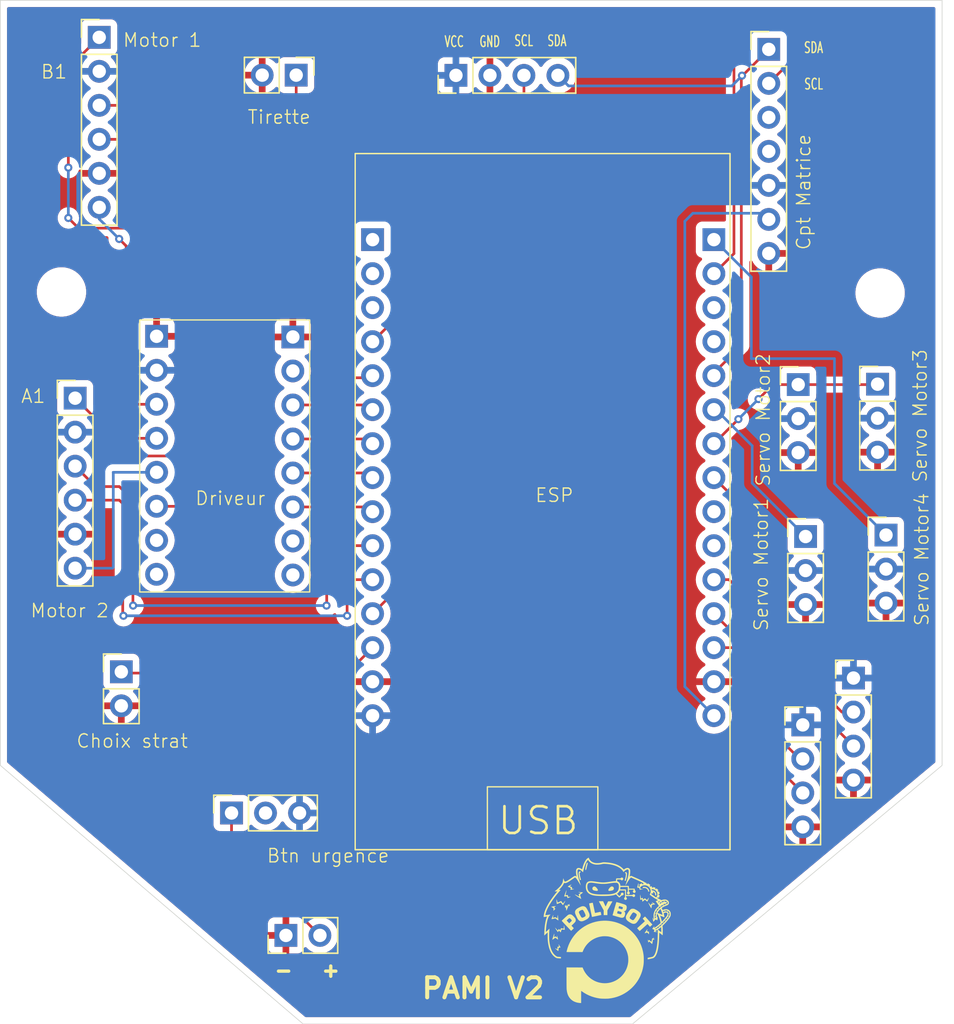
<source format=kicad_pcb>
(kicad_pcb (version 20240108) (generator "pcbnew") (generator_version "8.0")
  (layers (0 "F.Cu" signal) (31 "B.Cu" signal) (34 "B.Paste" user) (35 "F.Paste" user) (36 "B.SilkS" user "B.Silkscreen") (37 "F.SilkS" user "F.Silkscreen") (38 "B.Mask" user) (39 "F.Mask" user) (44 "Edge.Cuts" user))
  (net 0 "")
  (net 1 "GND")
  (net 3 "Net-(J5-Pin_2)")
  (net 5 "VCC")
  (net 6 "/D14")
  (net 7 "/D25")
  (net 8 "/D26")
  (net 9 "/D32")
  (net 10 "/D33")
  (net 12 "/D2")
  (net 14 "/BOUT1")
  (net 15 "/3V")
  (net 16 "/BOUT2")
  (net 19 "/AOUT1")
  (net 20 "/AOUT2")
  (net 21 "/D18")
  (net 22 "/D19")
  (net 23 "/D5")
  (net 29 "/D4")
  (net 30 "/SDA")
  (net 31 "/SCL")
  (net 32 "/D27")
  (net 33 "/D34")
  (net 34 "/D13")
  (net 35 "/D12")
  (net 39 "/D35")
  (net 40 "/D15")
  (net 42 "/D23")
  (footprint "MountingHole:MountingHole_3.2mm_M3" (layer "F.Cu") (at 74.38 46.13)
    (property "Reference" "H1" (hide yes))
    (property "Value" "MountingHole" (hide yes))
    (pad "" np_thru_hole circle (at 0 0) (size 3.2 3.2) (drill 3.2) (layers "*.Cu" "*.Mask"))
  )
  (footprint "Connector_PinHeader_2.54mm:PinHeader_1x04_P2.54mm_Vertical" (layer "F.Cu") (at 129.76 78.47)
    (property "Reference" "J10" (hide yes))
    (property "Value" "Ultrason 2" (hide yes))
    (pad "1" thru_hole rect (at 0 0) (size 1.7 1.7) (drill 1) (layers "*.Cu" "*.Mask") (net 5 "VCC"))
    (pad "2" thru_hole oval (at 0 2.54) (size 1.7 1.7) (drill 1) (layers "*.Cu" "*.Mask") (net 12 "/D2"))
    (pad "3" thru_hole oval (at 0 5.08) (size 1.7 1.7) (drill 1) (layers "*.Cu" "*.Mask") (net 40 "/D15"))
    (pad "4" thru_hole oval (at 0 7.62) (size 1.7 1.7) (drill 1) (layers "*.Cu" "*.Mask") (net 1 "GND"))
  )
  (footprint "composant_pami:esp32_wroom32" (layer "F.Cu") (at 97.595 41.8402)
    (property "Reference" "U1" (hide yes))
    (property "Value" "ESP32" (hide yes))
    (fp_text user "USB" (at 9.271 44.958 0) (layer "F.SilkS") (effects (font (size 2 2) (thickness 0.2)) (justify left bottom)))
    (pad "1" thru_hole oval (at 0.027 35.941) (size 1.7 1.7) (drill 1) (layers "*.Cu" "*.Mask") (net 5 "VCC"))
    (pad "2" thru_hole oval (at 0.027 33.401) (size 1.7 1.7) (drill 1) (layers "*.Cu" "*.Mask") (net 1 "GND"))
    (pad "3" thru_hole oval (at 0.027 30.861) (size 1.7 1.7) (drill 1) (layers "*.Cu" "*.Mask") (net 34 "/D13"))
    (pad "4" thru_hole oval (at 0.027 28.321) (size 1.7 1.7) (drill 1) (layers "*.Cu" "*.Mask") (net 35 "/D12"))
    (pad "5" thru_hole oval (at 0.027 25.781) (size 1.7 1.7) (drill 1) (layers "*.Cu" "*.Mask") (net 6 "/D14"))
    (pad "6" thru_hole oval (at 0.027 23.241) (size 1.7 1.7) (drill 1) (layers "*.Cu" "*.Mask") (net 32 "/D27"))
    (pad "7" thru_hole oval (at 0.027 20.701) (size 1.7 1.7) (drill 1) (layers "*.Cu" "*.Mask") (net 8 "/D26"))
    (pad "8" thru_hole oval (at 0.027 18.161) (size 1.7 1.7) (drill 1) (layers "*.Cu" "*.Mask") (net 7 "/D25"))
    (pad "9" thru_hole oval (at 0.027 15.621) (size 1.7 1.7) (drill 1) (layers "*.Cu" "*.Mask") (net 10 "/D33"))
    (pad "10" thru_hole oval (at 0.027 13.081) (size 1.7 1.7) (drill 1) (layers "*.Cu" "*.Mask") (net 9 "/D32"))
    (pad "11" thru_hole oval (at 0.027 10.541) (size 1.7 1.7) (drill 1) (layers "*.Cu" "*.Mask") (net 39 "/D35"))
    (pad "12" thru_hole oval (at 0.027 8.001) (size 1.7 1.7) (drill 1) (layers "*.Cu" "*.Mask") (net 33 "/D34"))
    (pad "13" thru_hole oval (at 0.027 5.461) (size 1.7 1.7) (drill 1) (layers "*.Cu" "*.Mask"))
    (pad "14" thru_hole oval (at 0.027 2.921) (size 1.7 1.7) (drill 1) (layers "*.Cu" "*.Mask"))
    (pad "15" thru_hole rect (at 0.027 0.381) (size 1.7 1.7) (drill 1) (layers "*.Cu" "*.Mask"))
    (pad "16" thru_hole oval (at 25.527 35.941) (size 1.7 1.7) (drill 1) (layers "*.Cu" "*.Mask") (net 15 "/3V"))
    (pad "17" thru_hole oval (at 25.527 33.401) (size 1.7 1.7) (drill 1) (layers "*.Cu" "*.Mask") (net 1 "GND"))
    (pad "18" thru_hole oval (at 25.527 30.861) (size 1.7 1.7) (drill 1) (layers "*.Cu" "*.Mask") (net 40 "/D15"))
    (pad "19" thru_hole oval (at 25.527 28.321) (size 1.7 1.7) (drill 1) (layers "*.Cu" "*.Mask") (net 12 "/D2"))
    (pad "20" thru_hole oval (at 25.527 25.781) (size 1.7 1.7) (drill 1) (layers "*.Cu" "*.Mask") (net 29 "/D4"))
    (pad "21" thru_hole oval (at 25.527 23.241) (size 1.7 1.7) (drill 1) (layers "*.Cu" "*.Mask"))
    (pad "22" thru_hole oval (at 25.527 20.701) (size 1.7 1.7) (drill 1) (layers "*.Cu" "*.Mask"))
    (pad "23" thru_hole oval (at 25.527 18.161) (size 1.7 1.7) (drill 1) (layers "*.Cu" "*.Mask") (net 23 "/D5"))
    (pad "24" thru_hole oval (at 25.527 15.621) (size 1.7 1.7) (drill 1) (layers "*.Cu" "*.Mask") (net 21 "/D18"))
    (pad "25" thru_hole oval (at 25.527 13.081) (size 1.7 1.7) (drill 1) (layers "*.Cu" "*.Mask") (net 22 "/D19"))
    (pad "26" thru_hole oval (at 25.527 10.541) (size 1.7 1.7) (drill 1) (layers "*.Cu" "*.Mask") (net 30 "/SDA"))
    (pad "27" thru_hole oval (at 25.527 8.001) (size 1.7 1.7) (drill 1) (layers "*.Cu" "*.Mask"))
    (pad "28" thru_hole oval (at 25.527 5.461) (size 1.7 1.7) (drill 1) (layers "*.Cu" "*.Mask"))
    (pad "29" thru_hole oval (at 25.527 2.921) (size 1.7 1.7) (drill 1) (layers "*.Cu" "*.Mask") (net 31 "/SCL"))
    (pad "30" thru_hole rect (at 25.527 0.381) (size 1.7 1.7) (drill 1) (layers "*.Cu" "*.Mask") (net 42 "/D23"))
  )
  (footprint "Connector_PinHeader_2.54mm:PinHeader_1x06_P2.54mm_Vertical" (layer "F.Cu") (at 77.2 27.11)
    (property "Reference" "J8" (hide yes))
    (property "Value" "MOTOR 1" (hide yes))
    (pad "1" thru_hole rect (at 0 0) (size 1.7 1.7) (drill 1) (layers "*.Cu" "*.Mask") (net 14 "/BOUT1"))
    (pad "2" thru_hole oval (at 0 2.54) (size 1.7 1.7) (drill 1) (layers "*.Cu" "*.Mask") (net 5 "VCC"))
    (pad "3" thru_hole oval (at 0 5.08) (size 1.7 1.7) (drill 1) (layers "*.Cu" "*.Mask") (net 33 "/D34"))
    (pad "4" thru_hole oval (at 0 7.62) (size 1.7 1.7) (drill 1) (layers "*.Cu" "*.Mask") (net 39 "/D35"))
    (pad "5" thru_hole oval (at 0 10.16) (size 1.7 1.7) (drill 1) (layers "*.Cu" "*.Mask") (net 1 "GND"))
    (pad "6" thru_hole oval (at 0 12.7) (size 1.7 1.7) (drill 1) (layers "*.Cu" "*.Mask") (net 16 "/BOUT2"))
  )
  (footprint "Connector_PinHeader_2.54mm:PinHeader_1x04_P2.54mm_Vertical" (layer "F.Cu") (at 133.55 74.97)
    (property "Reference" "J4" (hide yes))
    (property "Value" "Ultrason 1" (hide yes))
    (pad "1" thru_hole rect (at 0 0) (size 1.7 1.7) (drill 1) (layers "*.Cu" "*.Mask") (net 5 "VCC"))
    (pad "2" thru_hole oval (at 0 2.54) (size 1.7 1.7) (drill 1) (layers "*.Cu" "*.Mask") (net 23 "/D5"))
    (pad "3" thru_hole oval (at 0 5.08) (size 1.7 1.7) (drill 1) (layers "*.Cu" "*.Mask") (net 29 "/D4"))
    (pad "4" thru_hole oval (at 0 7.62) (size 1.7 1.7) (drill 1) (layers "*.Cu" "*.Mask") (net 1 "GND"))
  )
  (footprint "Connector_PinHeader_2.54mm:PinHeader_1x04_P2.54mm_Vertical" (layer "F.Cu") (at 103.85 29.95 90)
    (property "Reference" "J14" (hide yes))
    (property "Value" "Connector expansion" (hide yes))
    (pad "1" thru_hole rect (at 0 0 90) (size 1.7 1.7) (drill 1) (layers "*.Cu" "*.Mask") (net 5 "VCC"))
    (pad "2" thru_hole oval (at 0 2.54 90) (size 1.7 1.7) (drill 1) (layers "*.Cu" "*.Mask") (net 1 "GND"))
    (pad "3" thru_hole oval (at 0 5.08 90) (size 1.7 1.7) (drill 1) (layers "*.Cu" "*.Mask") (net 31 "/SCL"))
    (pad "4" thru_hole oval (at 0 7.62 90) (size 1.7 1.7) (drill 1) (layers "*.Cu" "*.Mask") (net 30 "/SDA"))
  )
  (footprint "Connector_PinHeader_2.54mm:PinHeader_1x03_P2.54mm_Vertical" (layer "F.Cu") (at 135.35 53.02)
    (property "Reference" "J12" (hide yes))
    (property "Value" "SERVO m3" (hide yes))
    (pad "1" thru_hole rect (at 0 0) (size 1.7 1.7) (drill 1) (layers "*.Cu" "*.Mask") (net 21 "/D18"))
    (pad "2" thru_hole oval (at 0 2.54) (size 1.7 1.7) (drill 1) (layers "*.Cu" "*.Mask") (net 5 "VCC"))
    (pad "3" thru_hole oval (at 0 5.08) (size 1.7 1.7) (drill 1) (layers "*.Cu" "*.Mask") (net 1 "GND"))
  )
  (footprint "Connector_PinHeader_2.54mm:PinHeader_1x07_P2.54mm_Vertical" (layer "F.Cu") (at 127.22 28.01)
    (property "Reference" "J11" (hide yes))
    (property "Value" "Capteur Matricielle" (hide yes))
    (pad "1" thru_hole rect (at 0 0) (size 1.7 1.7) (drill 1) (layers "*.Cu" "*.Mask") (net 30 "/SDA"))
    (pad "2" thru_hole oval (at 0 2.54) (size 1.7 1.7) (drill 1) (layers "*.Cu" "*.Mask") (net 31 "/SCL"))
    (pad "3" thru_hole oval (at 0 5.08) (size 1.7 1.7) (drill 1) (layers "*.Cu" "*.Mask"))
    (pad "4" thru_hole oval (at 0 7.62) (size 1.7 1.7) (drill 1) (layers "*.Cu" "*.Mask"))
    (pad "5" thru_hole oval (at 0 10.16) (size 1.7 1.7) (drill 1) (layers "*.Cu" "*.Mask") (net 5 "VCC"))
    (pad "6" thru_hole oval (at 0 12.7) (size 1.7 1.7) (drill 1) (layers "*.Cu" "*.Mask") (net 15 "/3V"))
    (pad "7" thru_hole oval (at 0 15.24) (size 1.7 1.7) (drill 1) (layers "*.Cu" "*.Mask") (net 1 "GND"))
  )
  (footprint "LOGO" (layer "F.Cu") (at 115.02662 93.217886)
    (property "Reference" "G***" (hide yes))
    (property "Value" "LOGO" (hide yes))
  )
  (footprint "Connector_PinHeader_2.54mm:PinHeader_1x03_P2.54mm_Vertical" (layer "F.Cu") (at 129.97 64.4)
    (property "Reference" "J1" (hide yes))
    (property "Value" "SERVO m1" (hide yes))
    (pad "1" thru_hole rect (at 0 0) (size 1.7 1.7) (drill 1) (layers "*.Cu" "*.Mask") (net 22 "/D19"))
    (pad "2" thru_hole oval (at 0 2.54) (size 1.7 1.7) (drill 1) (layers "*.Cu" "*.Mask") (net 5 "VCC"))
    (pad "3" thru_hole oval (at 0 5.08) (size 1.7 1.7) (drill 1) (layers "*.Cu" "*.Mask") (net 1 "GND"))
  )
  (footprint "Connector_PinSocket_2.54mm:PinSocket_1x03_P2.54mm_Vertical" (layer "F.Cu") (at 87.084 85.052 90)
    (property "Reference" "J6" (hide yes))
    (property "Value" "Arret d'urgence" (hide yes))
    (pad "1" thru_hole rect (at 0 0 90) (size 1.7 1.7) (drill 1) (layers "*.Cu" "*.Mask") (net 3 "Net-(J5-Pin_2)"))
    (pad "2" thru_hole oval (at 0 2.54 90) (size 1.7 1.7) (drill 1) (layers "*.Cu" "*.Mask"))
    (pad "3" thru_hole oval (at 0 5.08 90) (size 1.7 1.7) (drill 1) (layers "*.Cu" "*.Mask") (net 5 "VCC"))
  )
  (footprint "MountingHole:MountingHole_3.2mm_M3" (layer "F.Cu") (at 135.54 46.21)
    (property "Reference" "H3" (hide yes))
    (property "Value" "MountingHole" (hide yes))
    (pad "" np_thru_hole circle (at 0 0) (size 3.2 3.2) (drill 3.2) (layers "*.Cu" "*.Mask"))
  )
  (footprint "Connector_PinHeader_2.54mm:PinHeader_1x02_P2.54mm_Vertical" (layer "F.Cu") (at 91.915 29.934 -90)
    (property "Reference" "J7" (hide yes))
    (property "Value" "TIRETTE" (hide yes))
    (pad "1" thru_hole rect (at 0 0 270) (size 1.7 1.7) (drill 1) (layers "*.Cu" "*.Mask") (net 35 "/D12"))
    (pad "2" thru_hole oval (at 0 2.54 270) (size 1.7 1.7) (drill 1) (layers "*.Cu" "*.Mask") (net 1 "GND"))
  )
  (footprint "Connector_PinHeader_2.54mm:PinHeader_1x02_P2.54mm_Vertical" (layer "F.Cu") (at 91.148 94.196 90)
    (property "Reference" "J5" (hide yes))
    (property "Value" "ENTREE 9V" (hide yes))
    (pad "1" thru_hole rect (at 0 0 90) (size 1.7 1.7) (drill 1) (layers "*.Cu" "*.Mask") (net 1 "GND"))
    (pad "2" thru_hole oval (at 0 2.54 90) (size 1.7 1.7) (drill 1) (layers "*.Cu" "*.Mask") (net 3 "Net-(J5-Pin_2)"))
  )
  (footprint "Connector_PinHeader_2.54mm:PinHeader_1x02_P2.54mm_Vertical" (layer "F.Cu") (at 78.85 74.505)
    (property "Reference" "J13" (hide yes))
    (property "Value" "SWT Choix Strat" (hide yes))
    (pad "1" thru_hole rect (at 0 0) (size 1.7 1.7) (drill 1) (layers "*.Cu" "*.Mask") (net 34 "/D13"))
    (pad "2" thru_hole oval (at 0 2.54) (size 1.7 1.7) (drill 1) (layers "*.Cu" "*.Mask") (net 1 "GND"))
  )
  (footprint "Connector_PinHeader_2.54mm:PinHeader_1x03_P2.54mm_Vertical" (layer "F.Cu") (at 129.42 53.05)
    (property "Reference" "J2" (hide yes))
    (property "Value" "SERVO m2" (hide yes))
    (pad "1" thru_hole rect (at 0 0) (size 1.7 1.7) (drill 1) (layers "*.Cu" "*.Mask") (net 21 "/D18"))
    (pad "2" thru_hole oval (at 0 2.54) (size 1.7 1.7) (drill 1) (layers "*.Cu" "*.Mask") (net 5 "VCC"))
    (pad "3" thru_hole oval (at 0 5.08) (size 1.7 1.7) (drill 1) (layers "*.Cu" "*.Mask") (net 1 "GND"))
  )
  (footprint "composant_pami:DRV8833" (layer "F.Cu") (at 86.526 56.502)
    (property "Reference" "U2" (hide yes))
    (property "Value" "DRIVEUR 1" (hide yes))
    (pad "1" thru_hole rect (at -5.04 -7.06) (size 1.7 1.7) (drill 1) (layers "*.Cu" "*.Mask") (net 1 "GND"))
    (pad "2" thru_hole oval (at -5.04 -4.52) (size 1.7 1.7) (drill 1) (layers "*.Cu" "*.Mask") (net 5 "VCC"))
    (pad "3" thru_hole oval (at -5.04 -1.98) (size 1.7 1.7) (drill 1) (layers "*.Cu" "*.Mask") (net 14 "/BOUT1"))
    (pad "4" thru_hole oval (at -5.04 0.56) (size 1.7 1.7) (drill 1) (layers "*.Cu" "*.Mask") (net 16 "/BOUT2"))
    (pad "5" thru_hole oval (at -5.04 3.1) (size 1.7 1.7) (drill 1) (layers "*.Cu" "*.Mask") (net 20 "/AOUT2"))
    (pad "6" thru_hole oval (at -5.04 5.64) (size 1.7 1.7) (drill 1) (layers "*.Cu" "*.Mask") (net 19 "/AOUT1"))
    (pad "7" thru_hole oval (at -5.04 8.18) (size 1.7 1.7) (drill 1) (layers "*.Cu" "*.Mask"))
    (pad "8" thru_hole oval (at -5.04 10.72) (size 1.7 1.7) (drill 1) (layers "*.Cu" "*.Mask"))
    (pad "9" thru_hole rect (at 5.14 -7.01) (size 1.7 1.7) (drill 1) (layers "*.Cu" "*.Mask") (net 1 "GND"))
    (pad "10" thru_hole oval (at 5.14 -4.47) (size 1.7 1.7) (drill 1) (layers "*.Cu" "*.Mask"))
    (pad "11" thru_hole oval (at 5.14 -1.93) (size 1.7 1.7) (drill 1) (layers "*.Cu" "*.Mask") (net 9 "/D32"))
    (pad "12" thru_hole oval (at 5.14 0.61) (size 1.7 1.7) (drill 1) (layers "*.Cu" "*.Mask") (net 10 "/D33"))
    (pad "13" thru_hole oval (at 5.14 3.15) (size 1.7 1.7) (drill 1) (layers "*.Cu" "*.Mask") (net 7 "/D25"))
    (pad "14" thru_hole oval (at 5.14 5.69) (size 1.7 1.7) (drill 1) (layers "*.Cu" "*.Mask") (net 8 "/D26"))
    (pad "15" thru_hole oval (at 5.14 8.23) (size 1.7 1.7) (drill 1) (layers "*.Cu" "*.Mask"))
    (pad "16" thru_hole oval (at 5.14 10.77) (size 1.7 1.7) (drill 1) (layers "*.Cu" "*.Mask"))
  )
  (footprint "Connector_PinHeader_2.54mm:PinHeader_1x03_P2.54mm_Vertical" (layer "F.Cu") (at 135.98 64.29)
    (property "Reference" "J3" (hide yes))
    (property "Value" "SERVO m4" (hide yes))
    (pad "1" thru_hole rect (at 0 0) (size 1.7 1.7) (drill 1) (layers "*.Cu" "*.Mask") (net 42 "/D23"))
    (pad "2" thru_hole oval (at 0 2.54) (size 1.7 1.7) (drill 1) (layers "*.Cu" "*.Mask") (net 5 "VCC"))
    (pad "3" thru_hole oval (at 0 5.08) (size 1.7 1.7) (drill 1) (layers "*.Cu" "*.Mask") (net 1 "GND"))
  )
  (footprint "Connector_PinHeader_2.54mm:PinHeader_1x06_P2.54mm_Vertical" (layer "F.Cu") (at 75.4 54.064)
    (property "Reference" "J9" (hide yes))
    (property "Value" "MOTOR 2" (hide yes))
    (pad "1" thru_hole rect (at 0 0) (size 1.7 1.7) (drill 1) (layers "*.Cu" "*.Mask") (net 19 "/AOUT1"))
    (pad "2" thru_hole oval (at 0 2.54) (size 1.7 1.7) (drill 1) (layers "*.Cu" "*.Mask") (net 5 "VCC"))
    (pad "3" thru_hole oval (at 0 5.08) (size 1.7 1.7) (drill 1) (layers "*.Cu" "*.Mask") (net 32 "/D27"))
    (pad "4" thru_hole oval (at 0 7.62) (size 1.7 1.7) (drill 1) (layers "*.Cu" "*.Mask") (net 6 "/D14"))
    (pad "5" thru_hole oval (at 0 10.16) (size 1.7 1.7) (drill 1) (layers "*.Cu" "*.Mask") (net 1 "GND"))
    (pad "6" thru_hole oval (at 0 12.7) (size 1.7 1.7) (drill 1) (layers "*.Cu" "*.Mask") (net 20 "/AOUT2"))
  )
  (gr_poly (pts (xy 69.812 24.346) (xy 69.812 81.496) (xy 92.418 100.8) (xy 117.056 100.8) (xy 140.17 81.496) (xy 140.17 24.346)) (stroke (width 0.05)) (fill none) (layer "Edge.Cuts"))
  (gr_text "Driveur\n" (at 84.31 62.13 0) (layer "F.SilkS") (effects (font (size 1 1) (thickness 0.1)) (justify left bottom)))
  (gr_text "GND" (at 105.55 27.9 0) (layer "F.SilkS") (effects (font (size 0.8 0.5) (thickness 0.1)) (justify left bottom)))
  (gr_text "Servo Motor1\n" (at 127.24 71.53 90) (layer "F.SilkS") (effects (font (size 1 1) (thickness 0.1)) (justify left bottom)))
  (gr_text "B1\n" (at 72.78 30.27 0) (layer "F.SilkS") (effects (font (size 1 1) (thickness 0.1)) (justify left bottom)))
  (gr_text "Motor 2\n" (at 72 70.52 0) (layer "F.SilkS") (effects (font (size 1 1) (thickness 0.1)) (justify left bottom)))
  (gr_text "-   +\n" (at 90.19 97.38 0) (layer "F.SilkS") (effects (font (size 1 1) (thickness 0.25) (bold yes)) (justify left bottom)))
  (gr_text "SCL\n" (at 129.82 31.07 0) (layer "F.SilkS") (effects (font (size 0.8 0.5) (thickness 0.1)) (justify left bottom)))
  (gr_text "Cpt Matrice\n" (at 130.41 43.07 90) (layer "F.SilkS") (effects (font (size 1 1) (thickness 0.1)) (justify left bottom)))
  (gr_text "A1" (at 71.3 54.5 0) (layer "F.SilkS") (effects (font (size 1 1) (thickness 0.1)) (justify left bottom)))
  (gr_text "ESP\n" (at 109.71 61.9 0) (layer "F.SilkS") (effects (font (size 1 1) (thickness 0.1)) (justify left bottom)))
  (gr_text "SCL\n" (at 108.16 27.83 0) (layer "F.SilkS") (effects (font (size 0.8 0.5) (thickness 0.1)) (justify left bottom)))
  (gr_text "VCC\n" (at 102.94 27.9 0) (layer "F.SilkS") (effects (font (size 0.8 0.5) (thickness 0.1)) (justify left bottom)))
  (gr_text "Servo Motor2\n" (at 127.39 60.73 90) (layer "F.SilkS") (effects (font (size 1 1) (thickness 0.1)) (justify left bottom)))
  (gr_text "SDA" (at 110.63 26.9 0) (layer "F.SilkS") (effects (font (size 0.8 0.5) (thickness 0.1)) (justify left top)))
  (gr_text "Btn urgence" (at 89.66 88.83 0) (layer "F.SilkS") (effects (font (size 1 1) (thickness 0.1)) (justify left bottom)))
  (gr_text "PAMI V2" (at 105.88 99.022 0) (layer "F.SilkS") (effects (font (size 1.5 1.5) (thickness 0.3) (bold yes)) (justify bottom)))
  (gr_text "Servo Motor4\n\n" (at 140.85 71.15 90) (layer "F.SilkS") (effects (font (size 1 1) (thickness 0.1)) (justify left bottom)))
  (gr_text "SDA" (at 129.8 28.35 0) (layer "F.SilkS") (effects (font (size 0.8 0.5) (thickness 0.1)) (justify left bottom)))
  (gr_text "Tirette\n" (at 88.22 33.65 0) (layer "F.SilkS") (effects (font (size 1 1) (thickness 0.1)) (justify left bottom)))
  (gr_text "Motor 1\n" (at 78.91 27.9 0) (layer "F.SilkS") (effects (font (size 1 1) (thickness 0.1)) (justify left bottom)))
  (gr_text "Choix strat\n" (at 75.43 80.26 0) (layer "F.SilkS") (effects (font (size 1 1) (thickness 0.1)) (justify left bottom)))
  (gr_text "Servo Motor3\n\n" (at 140.72 60.42 90) (layer "F.SilkS") (effects (font (size 1 1) (thickness 0.1)) (justify left bottom)))
  (segment (start 87.084 85.052) (end 87.084 87.592) (width 0.2) (layer "F.Cu") (net 3))
  (segment (start 87.084 87.592) (end 93.688 94.196) (width 0.2) (layer "F.Cu") (net 3))
  (segment (start 78.956 61.938) (end 78.956 70.32) (width 0.2) (layer "F.Cu") (net 6))
  (segment (start 95.72 67.6212) (end 97.622 67.6212) (width 0.2) (layer "F.Cu") (net 6))
  (segment (start 78.702 61.684) (end 78.956 61.938) (width 0.2) (layer "F.Cu") (net 6))
  (segment (start 95.72 70.32) (end 95.72 67.6212) (width 0.2) (layer "F.Cu") (net 6))
  (segment (start 78.956 70.32) (end 79.01 70.32) (width 0.2) (layer "F.Cu") (net 6))
  (segment (start 75.4 61.684) (end 78.702 61.684) (width 0.2) (layer "F.Cu") (net 6))
  (via (at 79.01 70.32) (size 0.6) (drill 0.3) (layers "F.Cu" "B.Cu") (net 6))
  (via (at 95.72 70.32) (size 0.6) (drill 0.3) (layers "F.Cu" "B.Cu") (net 6))
  (segment (start 79.01 70.32) (end 95.72 70.32) (width 0.2) (layer "B.Cu") (net 6))
  (segment (start 91.666 59.652) (end 97.2728 59.652) (width 0.2) (layer "F.Cu") (net 7))
  (segment (start 97.2728 59.652) (end 97.622 60.0012) (width 0.2) (layer "F.Cu") (net 7))
  (segment (start 91.666 62.192) (end 97.2728 62.192) (width 0.2) (layer "F.Cu") (net 8))
  (segment (start 97.2728 62.192) (end 97.622 62.5412) (width 0.2) (layer "F.Cu") (net 8))
  (segment (start 91.666 54.572) (end 97.2728 54.572) (width 0.2) (layer "F.Cu") (net 9))
  (segment (start 97.2728 54.572) (end 97.622 54.9212) (width 0.2) (layer "F.Cu") (net 9))
  (segment (start 97.2728 57.112) (end 97.622 57.4612) (width 0.2) (layer "F.Cu") (net 10))
  (segment (start 91.666 57.112) (end 97.2728 57.112) (width 0.2) (layer "F.Cu") (net 10))
  (segment (start 123.122 70.1612) (end 126.454 73.4932) (width 0.2) (layer "F.Cu") (net 12))
  (segment (start 126.454 73.4932) (end 126.454 77.94) (width 0.2) (layer "F.Cu") (net 12))
  (segment (start 126.454 77.94) (end 129.524 81.01) (width 0.2) (layer "F.Cu") (net 12))
  (segment (start 129.524 81.01) (end 129.76 81.01) (width 0.2) (layer "F.Cu") (net 12))
  (segment (start 79.768 54.522) (end 79.718 54.472) (width 0.2) (layer "F.Cu") (net 14))
  (segment (start 74.892 29.418) (end 77.2 27.11) (width 0.2) (layer "F.Cu") (net 14))
  (segment (start 75.654 41.364) (end 74.892 40.602) (width 0.2) (layer "F.Cu") (net 14))
  (segment (start 81.486 54.522) (end 79.768 54.522) (width 0.2) (layer "F.Cu") (net 14))
  (segment (start 79.718 54.472) (end 79.718 41.364) (width 0.2) (layer "F.Cu") (net 14))
  (segment (start 74.892 36.84) (end 74.892 29.418) (width 0.2) (layer "F.Cu") (net 14))
  (segment (start 79.718 41.364) (end 75.654 41.364) (width 0.2) (layer "F.Cu") (net 14))
  (via (at 74.892 36.84) (size 0.6) (drill 0.3) (layers "F.Cu" "B.Cu") (net 14))
  (via (at 74.892 40.602) (size 0.6) (drill 0.3) (layers "F.Cu" "B.Cu") (net 14))
  (segment (start 74.892 36.84) (end 74.892 40.602) (width 0.2) (layer "B.Cu") (net 14))
  (segment (start 120.95 40.85) (end 121.55 40.25) (width 0.2) (layer "B.Cu") (net 15))
  (segment (start 121.55 40.25) (end 126.76 40.25) (width 0.2) (layer "B.Cu") (net 15))
  (segment (start 120.95 75.6092) (end 120.95 40.85) (width 0.2) (layer "B.Cu") (net 15))
  (segment (start 123.122 77.7812) (end 120.95 75.6092) (width 0.2) (layer "B.Cu") (net 15))
  (segment (start 126.76 40.25) (end 127.22 40.71) (width 0.2) (layer "B.Cu") (net 15))
  (segment (start 79.21 56.858) (end 79.414 57.062) (width 0.2) (layer "F.Cu") (net 16))
  (segment (start 79.414 57.062) (end 81.486 57.062) (width 0.2) (layer "F.Cu") (net 16))
  (segment (start 78.69 42.17) (end 79.21 42.69) (width 0.2) (layer "F.Cu") (net 16))
  (segment (start 79.21 42.69) (end 79.21 56.858) (width 0.2) (layer "F.Cu") (net 16))
  (via (at 78.69 42.17) (size 0.6) (drill 0.3) (layers "F.Cu" "B.Cu") (net 16))
  (segment (start 78.69 42.17) (end 77.2 40.68) (width 0.2) (layer "B.Cu") (net 16))
  (segment (start 77.2 40.68) (end 77.2 39.81) (width 0.2) (layer "B.Cu") (net 16))
  (segment (start 84.798 58.382) (end 77.94 58.382) (width 0.2) (layer "F.Cu") (net 19))
  (segment (start 77.94 56.604) (end 75.4 54.064) (width 0.2) (layer "F.Cu") (net 19))
  (segment (start 81.486 62.142) (end 83.07 62.142) (width 0.2) (layer "F.Cu") (net 19))
  (segment (start 77.94 58.382) (end 77.94 56.604) (width 0.2) (layer "F.Cu") (net 19))
  (segment (start 84.798 60.414) (end 84.798 58.382) (width 0.2) (layer "F.Cu") (net 19))
  (segment (start 83.07 62.142) (end 84.798 60.414) (width 0.2) (layer "F.Cu") (net 19))
  (segment (start 78.25 59.602) (end 81.486 59.602) (width 0.2) (layer "B.Cu") (net 20))
  (segment (start 78.25 66.7) (end 78.25 59.602) (width 0.2) (layer "B.Cu") (net 20))
  (segment (start 78.186 66.764) (end 78.25 66.7) (width 0.2) (layer "B.Cu") (net 20))
  (segment (start 75.4 66.764) (end 78.186 66.764) (width 0.2) (layer "B.Cu") (net 20))
  (segment (start 127.53 53.0532) (end 127.7132 53.0532) (width 0.2) (layer "F.Cu") (net 21))
  (segment (start 135.32 53.05) (end 135.35 53.02) (width 0.2) (layer "F.Cu") (net 21))
  (segment (start 127.7132 53.0532) (end 127.7164 53.05) (width 0.2) (layer "F.Cu") (net 21))
  (segment (start 126.4516 54.1316) (end 127.53 53.0532) (width 0.2) (layer "F.Cu") (net 21))
  (segment (start 127.7164 53.05) (end 129.42 53.05) (width 0.2) (layer "F.Cu") (net 21))
  (segment (start 123.122 57.4612) (end 124.9516 55.6316) (width 0.2) (layer "F.Cu") (net 21))
  (segment (start 129.42 53.05) (end 135.32 53.05) (width 0.2) (layer "F.Cu") (net 21))
  (via (at 126.4516 54.1316) (size 0.6) (drill 0.3) (layers "F.Cu" "B.Cu") (net 21))
  (via (at 124.9516 55.6316) (size 0.6) (drill 0.3) (layers "F.Cu" "B.Cu") (net 21))
  (segment (start 124.9516 55.6316) (end 126.4516 54.1316) (width 0.2) (layer "B.Cu") (net 21))
  (segment (start 123.2812 54.9212) (end 125.98 57.62) (width 0.2) (layer "B.Cu") (net 22))
  (segment (start 125.98 60.41) (end 129.97 64.4) (width 0.2) (layer "B.Cu") (net 22))
  (segment (start 123.122 54.9212) (end 123.2812 54.9212) (width 0.2) (layer "B.Cu") (net 22))
  (segment (start 125.98 57.62) (end 125.98 60.41) (width 0.2) (layer "B.Cu") (net 22))
  (segment (start 128.28 73.11) (end 128.28 71.084314) (width 0.2) (layer "F.Cu") (net 23))
  (segment (start 125.22 62.0992) (end 123.122 60.0012) (width 0.2) (layer "F.Cu") (net 23))
  (segment (start 132.68 77.51) (end 128.28 73.11) (width 0.2) (layer "F.Cu") (net 23))
  (segment (start 125.22 68.024314) (end 125.22 62.0992) (width 0.2) (layer "F.Cu") (net 23))
  (segment (start 128.28 71.084314) (end 125.22 68.024314) (width 0.2) (layer "F.Cu") (net 23))
  (segment (start 133.55 77.51) (end 132.68 77.51) (width 0.2) (layer "F.Cu") (net 23))
  (segment (start 124.2512 67.6212) (end 127.5 70.87) (width 0.2) (layer "F.Cu") (net 29))
  (segment (start 131.83 78.33) (end 133.55 80.05) (width 0.2) (layer "F.Cu") (net 29))
  (segment (start 131.83 77.58) (end 131.83 78.33) (width 0.2) (layer "F.Cu") (net 29))
  (segment (start 127.5 70.87) (end 127.5 73.25) (width 0.2) (layer "F.Cu") (net 29))
  (segment (start 127.5 73.25) (end 131.83 77.58) (width 0.2) (layer "F.Cu") (net 29))
  (segment (start 123.122 67.6212) (end 124.2512 67.6212) (width 0.2) (layer "F.Cu") (net 29))
  (segment (start 125.22 29.97) (end 125.26 29.97) (width 0.2) (layer "F.Cu") (net 30))
  (segment (start 123.122 52.178) (end 125.17 50.13) (width 0.2) (layer "F.Cu") (net 30))
  (segment (start 125.26 29.97) (end 127.22 28.01) (width 0.2) (layer "F.Cu") (net 30))
  (segment (start 125.17 50.13) (end 125.17 30.06) (width 0.2) (layer "F.Cu") (net 30))
  (segment (start 123.122 52.3812) (end 123.122 52.178) (width 0.2) (layer "F.Cu") (net 30))
  (via (at 125.22 29.97) (size 0.6) (drill 0.3) (layers "F.Cu" "B.Cu") (net 30))
  (segment (start 125.22 29.97) (end 125.22 29.98) (width 0.2) (layer "B.Cu") (net 30))
  (segment (start 112.26 30.74) (end 111.47 29.95) (width 0.2) (layer "B.Cu") (net 30))
  (segment (start 125.22 29.98) (end 124.46 30.74) (width 0.2) (layer "B.Cu") (net 30))
  (segment (start 124.46 30.74) (end 112.26 30.74) (width 0.2) (layer "B.Cu") (net 30))
  (segment (start 129.39 25.87) (end 129.39 28.38) (width 0.2) (layer "F.Cu") (net 31))
  (segment (start 109.46 32.44) (end 124.62 32.44) (width 0.2) (layer "F.Cu") (net 31))
  (segment (start 124.62 43.2632) (end 124.62 32.44) (width 0.2) (layer "F.Cu") (net 31))
  (segment (start 108.93 31.91) (end 109.46 32.44) (width 0.2) (layer "F.Cu") (net 31))
  (segment (start 124.62 32.44) (end 124.62 31.68) (width 0.2) (layer "F.Cu") (net 31))
  (segment (start 123.122 44.7612) (end 124.62 43.2632) (width 0.2) (layer "F.Cu") (net 31))
  (segment (start 108.93 29.95) (end 108.93 31.91) (width 0.2) (layer "F.Cu") (net 31))
  (segment (start 124.62 25.87) (end 129.39 25.87) (width 0.2) (layer "F.Cu") (net 31))
  (segment (start 129.39 28.38) (end 127.22 30.55) (width 0.2) (layer "F.Cu") (net 31))
  (segment (start 124.62 31.68) (end 124.62 25.87) (width 0.2) (layer "F.Cu") (net 31))
  (segment (start 76.924 60.668) (end 78.702 60.668) (width 0.2) (layer "F.Cu") (net 32))
  (segment (start 94.196 69.558) (end 94.196 65.24) (width 0.2) (layer "F.Cu") (net 32))
  (segment (start 94.196 65.24) (end 94.3548 65.0812) (width 0.2) (layer "F.Cu") (net 32))
  (segment (start 79.718 69.558) (end 79.73 69.558) (width 0.2) (layer "F.Cu") (net 32))
  (segment (start 79.718 61.684) (end 79.718 69.558) (width 0.2) (layer "F.Cu") (net 32))
  (segment (start 94.18 69.558) (end 94.196 69.558) (width 0.2) (layer "F.Cu") (net 32))
  (segment (start 78.702 60.668) (end 79.718 61.684) (width 0.2) (layer "F.Cu") (net 32))
  (segment (start 94.3548 65.0812) (end 97.622 65.0812) (width 0.2) (layer "F.Cu") (net 32))
  (segment (start 75.4 59.144) (end 76.924 60.668) (width 0.2) (layer "F.Cu") (net 32))
  (via (at 94.18 69.558) (size 0.6) (drill 0.3) (layers "F.Cu" "B.Cu") (net 32))
  (via (at 79.73 69.558) (size 0.6) (drill 0.3) (layers "F.Cu" "B.Cu") (net 32))
  (segment (start 79.73 69.558) (end 94.18 69.558) (width 0.2) (layer "B.Cu") (net 32))
  (segment (start 81.624 35.014) (end 99.276 35.014) (width 0.2) (layer "F.Cu") (net 33))
  (segment (start 99.276 35.014) (end 99.276 48.1872) (width 0.2) (layer "F.Cu") (net 33))
  (segment (start 99.276 48.1872) (end 97.622 49.8412) (width 0.2) (layer "F.Cu") (net 33))
  (segment (start 78.8 32.19) (end 81.624 35.014) (width 0.2) (layer "F.Cu") (net 33))
  (segment (start 77.2 32.19) (end 78.8 32.19) (width 0.2) (layer "F.Cu") (net 33))
  (segment (start 95.7232 74.6) (end 97.622 72.7012) (width 0.2) (layer "F.Cu") (net 34))
  (segment (start 78.994 74.6) (end 95.7232 74.6) (width 0.2) (layer "F.Cu") (net 34))
  (segment (start 78.956 74.638) (end 78.994 74.6) (width 0.2) (layer "F.Cu") (net 34))
  (segment (start 100.038 33.998) (end 100.038 67.7452) (width 0.2) (layer "F.Cu") (net 35))
  (segment (start 100.038 67.7452) (end 97.622 70.1612) (width 0.2) (layer "F.Cu") (net 35))
  (segment (start 91.915 29.934) (end 91.915 33.998) (width 0.2) (layer "F.Cu") (net 35))
  (segment (start 91.915 33.998) (end 100.038 33.998) (width 0.2) (layer "F.Cu") (net 35))
  (segment (start 81.91 36.48) (end 94.02 36.48) (width 0.2) (layer "F.Cu") (net 39))
  (segment (start 97.4632 52.54) (end 97.622 52.3812) (width 0.2) (layer "F.Cu") (net 39))
  (segment (start 77.2 34.73) (end 80.16 34.73) (width 0.2) (layer "F.Cu") (net 39))
  (segment (start 95.01 52.54) (end 97.4632 52.54) (width 0.2) (layer "F.Cu") (net 39))
  (segment (start 80.16 34.73) (end 81.91 36.48) (width 0.2) (layer "F.Cu") (net 39))
  (segment (start 94.02 36.48) (end 94.02 51.55) (width 0.2) (layer "F.Cu") (net 39))
  (segment (start 94.02 51.55) (end 95.01 52.54) (width 0.2) (layer "F.Cu") (net 39))
  (segment (start 125.946 79.736) (end 129.76 83.55) (width 0.2) (layer "F.Cu") (net 40))
  (segment (start 125.946 73.876) (end 125.946 79.736) (width 0.2) (layer "F.Cu") (net 40))
  (segment (start 124.7712 72.7012) (end 125.946 73.876) (width 0.2) (layer "F.Cu") (net 40))
  (segment (start 123.122 72.7012) (end 124.7712 72.7012) (width 0.2) (layer "F.Cu") (net 40))
  (segment (start 125.92 51.11) (end 132.13 51.11) (width 0.2) (layer "B.Cu") (net 42))
  (segment (start 125.92 45.0192) (end 125.92 51.11) (width 0.2) (layer "B.Cu") (net 42))
  (segment (start 135.37 64.29) (end 135.98 64.29) (width 0.2) (layer "B.Cu") (net 42))
  (segment (start 132.13 60.44) (end 135.98 64.29) (width 0.2) (layer "B.Cu") (net 42))
  (segment (start 123.122 42.2212) (end 125.92 45.0192) (width 0.2) (layer "B.Cu") (net 42))
  (segment (start 132.13 51.11) (end 132.13 60.44) (width 0.2) (layer "B.Cu") (net 42))
  (zone (net 1) (net_name "GND") (layer "F.Cu") (connect_pads (clearance 0.5)) (min_thickness 0.25) (fill yes (thermal_gap 0.5) (thermal_bridge_width 0.5))
    (polygon (pts (xy 140.17 24.346) (xy 140.17 81.496) (xy 117.11 100.8) (xy 92.35 100.8) (xy 69.811732 81.46) (xy 69.84 24.346)))
  )
  (zone (net 5) (net_name "VCC") (layer "B.Cu") (priority 1) (connect_pads (clearance 0.5)) (min_thickness 0.25) (fill yes (thermal_gap 0.5) (thermal_bridge_width 0.5))
    (polygon (pts (xy 140.18 24.35) (xy 140.18 81.46) (xy 117.09 100.79) (xy 92.43 100.79) (xy 90.54629 99.18371) (xy 69.81 81.49) (xy 69.81 24.36) (xy 69.82 24.35)))
  )
)
</source>
